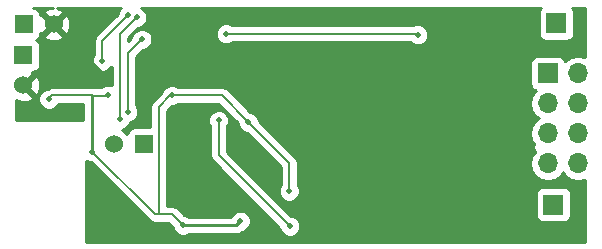
<source format=gbl>
G04 #@! TF.FileFunction,Copper,L2,Bot,Signal*
%FSLAX46Y46*%
G04 Gerber Fmt 4.6, Leading zero omitted, Abs format (unit mm)*
G04 Created by KiCad (PCBNEW 4.0.6) date 09/21/17 15:17:17*
%MOMM*%
%LPD*%
G01*
G04 APERTURE LIST*
%ADD10C,0.150000*%
%ADD11R,1.524000X1.524000*%
%ADD12C,1.524000*%
%ADD13R,1.700000X1.700000*%
%ADD14O,1.700000X1.700000*%
%ADD15C,0.508000*%
%ADD16C,0.152000*%
%ADD17C,0.457200*%
%ADD18C,0.229000*%
%ADD19C,0.254000*%
G04 APERTURE END LIST*
D10*
D11*
X267250000Y-117710000D03*
D12*
X267250000Y-120250000D03*
D13*
X312375000Y-115000000D03*
D11*
X277430000Y-125235000D03*
D12*
X274890000Y-125235000D03*
D11*
X267260000Y-115080000D03*
D12*
X269800000Y-115080000D03*
D13*
X312115000Y-130350000D03*
X311655000Y-119240000D03*
D14*
X314195000Y-119240000D03*
X311655000Y-121780000D03*
X314195000Y-121780000D03*
X311655000Y-124320000D03*
X314195000Y-124320000D03*
X311655000Y-126860000D03*
X314195000Y-126860000D03*
D15*
X285290000Y-119810000D03*
X280440000Y-119800000D03*
X273970000Y-119420000D03*
X293525000Y-125500000D03*
X298875000Y-131350000D03*
X298475000Y-120800000D03*
X291725000Y-128350000D03*
X274380000Y-121080000D03*
X289760000Y-129210000D03*
X286282500Y-123362500D03*
X285625000Y-131775000D03*
X280760000Y-132120000D03*
X273050000Y-125880000D03*
X279820000Y-121110000D03*
X269380000Y-121420000D03*
X300650420Y-115974580D03*
X284400000Y-115880000D03*
X273930000Y-118230000D03*
X276130000Y-114330000D03*
X289790000Y-132180000D03*
X283770000Y-123230000D03*
X276840000Y-114510000D03*
X275420000Y-123120000D03*
X277270000Y-116370000D03*
X276090000Y-122490000D03*
D16*
X280450000Y-119810000D02*
X285290000Y-119810000D01*
X280440000Y-119800000D02*
X280450000Y-119810000D01*
D17*
X269800000Y-115080000D02*
X269800000Y-115250000D01*
X269800000Y-115250000D02*
X273970000Y-119420000D01*
D16*
X293425000Y-128350000D02*
X294650000Y-127125000D01*
X293525000Y-125500000D02*
X293525000Y-126000000D01*
X293525000Y-126000000D02*
X294650000Y-127125000D01*
X294650000Y-127125000D02*
X298875000Y-131350000D01*
X291725000Y-128350000D02*
X293425000Y-128350000D01*
X279820000Y-121110000D02*
X279690000Y-121110000D01*
X278700000Y-122100000D02*
X278700000Y-131180000D01*
X279690000Y-121110000D02*
X278700000Y-122100000D01*
X279820000Y-121110000D02*
X284030000Y-121110000D01*
X284030000Y-121110000D02*
X286282500Y-123362500D01*
X273040000Y-121120000D02*
X274340000Y-121120000D01*
X274340000Y-121120000D02*
X274380000Y-121080000D01*
X279820000Y-131180000D02*
X278700000Y-131180000D01*
X279820000Y-131180000D02*
X280760000Y-132120000D01*
X278700000Y-131180000D02*
X278350000Y-131180000D01*
X278350000Y-131180000D02*
X273050000Y-125880000D01*
X289760000Y-129210000D02*
X289760000Y-126840000D01*
X289760000Y-126840000D02*
X286282500Y-123362500D01*
D18*
X285280000Y-132120000D02*
X280760000Y-132120000D01*
X285280000Y-132120000D02*
X285625000Y-131775000D01*
X273040000Y-121110000D02*
X273040000Y-121120000D01*
X273040000Y-121120000D02*
X273040000Y-125870000D01*
X273040000Y-125870000D02*
X273050000Y-125880000D01*
D16*
X269690000Y-121110000D02*
X273040000Y-121110000D01*
X269380000Y-121420000D02*
X269690000Y-121110000D01*
X300555840Y-115880000D02*
X284400000Y-115880000D01*
X300555840Y-115880000D02*
X300650420Y-115974580D01*
X273930000Y-116530000D02*
X273930000Y-118230000D01*
X276130000Y-114330000D02*
X273930000Y-116530000D01*
X289790000Y-132180000D02*
X283770000Y-126160000D01*
X283770000Y-126160000D02*
X283770000Y-123230000D01*
X276840000Y-114510000D02*
X275420000Y-115930000D01*
X275420000Y-115930000D02*
X275420000Y-123120000D01*
X277270000Y-116370000D02*
X276090000Y-117550000D01*
X276090000Y-117550000D02*
X276090000Y-122490000D01*
D19*
G36*
X311073559Y-113685910D02*
X310928569Y-113898110D01*
X310877560Y-114150000D01*
X310877560Y-115850000D01*
X310921838Y-116085317D01*
X311060910Y-116301441D01*
X311273110Y-116446431D01*
X311525000Y-116497440D01*
X313225000Y-116497440D01*
X313460317Y-116453162D01*
X313676441Y-116314090D01*
X313821431Y-116101890D01*
X313872440Y-115850000D01*
X313872440Y-114150000D01*
X313828162Y-113914683D01*
X313689090Y-113698559D01*
X313669246Y-113685000D01*
X314785000Y-113685000D01*
X314785000Y-117866571D01*
X314224093Y-117755000D01*
X314165907Y-117755000D01*
X313597622Y-117868039D01*
X313115853Y-118189946D01*
X313115029Y-118191179D01*
X313108162Y-118154683D01*
X312969090Y-117938559D01*
X312756890Y-117793569D01*
X312505000Y-117742560D01*
X310805000Y-117742560D01*
X310569683Y-117786838D01*
X310353559Y-117925910D01*
X310208569Y-118138110D01*
X310157560Y-118390000D01*
X310157560Y-120090000D01*
X310201838Y-120325317D01*
X310340910Y-120541441D01*
X310553110Y-120686431D01*
X310620541Y-120700086D01*
X310575853Y-120729946D01*
X310253946Y-121211715D01*
X310140907Y-121780000D01*
X310253946Y-122348285D01*
X310575853Y-122830054D01*
X310905026Y-123050000D01*
X310575853Y-123269946D01*
X310253946Y-123751715D01*
X310140907Y-124320000D01*
X310253946Y-124888285D01*
X310467334Y-125207644D01*
X310447143Y-125237862D01*
X310395000Y-125500000D01*
X310447143Y-125762138D01*
X310527470Y-125882356D01*
X310253946Y-126291715D01*
X310140907Y-126860000D01*
X310253946Y-127428285D01*
X310575853Y-127910054D01*
X311057622Y-128231961D01*
X311625907Y-128345000D01*
X311684093Y-128345000D01*
X312252378Y-128231961D01*
X312734147Y-127910054D01*
X312925000Y-127624422D01*
X313115853Y-127910054D01*
X313597622Y-128231961D01*
X314165907Y-128345000D01*
X314224093Y-128345000D01*
X314785000Y-128233429D01*
X314785000Y-133485000D01*
X272537000Y-133485000D01*
X272537000Y-126624439D01*
X272545764Y-126633218D01*
X272872391Y-126768846D01*
X272933393Y-126768899D01*
X277847247Y-131682753D01*
X278077912Y-131836878D01*
X278350000Y-131891000D01*
X279525494Y-131891000D01*
X279870898Y-132236404D01*
X279870846Y-132296057D01*
X280005903Y-132622920D01*
X280255764Y-132873218D01*
X280582391Y-133008846D01*
X280936057Y-133009154D01*
X281262920Y-132874097D01*
X281267525Y-132869500D01*
X285279995Y-132869500D01*
X285280000Y-132869501D01*
X285566822Y-132812448D01*
X285788776Y-132664143D01*
X285801057Y-132664154D01*
X286127920Y-132529097D01*
X286378218Y-132279236D01*
X286513846Y-131952609D01*
X286514154Y-131598943D01*
X286379097Y-131272080D01*
X286129236Y-131021782D01*
X285802609Y-130886154D01*
X285448943Y-130885846D01*
X285122080Y-131020903D01*
X284871782Y-131270764D01*
X284830368Y-131370500D01*
X281267948Y-131370500D01*
X281264236Y-131366782D01*
X280937609Y-131231154D01*
X280876607Y-131231101D01*
X280322753Y-130677247D01*
X280092088Y-130523122D01*
X279820000Y-130469000D01*
X279411000Y-130469000D01*
X279411000Y-123406057D01*
X282880846Y-123406057D01*
X283015903Y-123732920D01*
X283059000Y-123776092D01*
X283059000Y-126160000D01*
X283113122Y-126432088D01*
X283267247Y-126662753D01*
X288900898Y-132296404D01*
X288900846Y-132356057D01*
X289035903Y-132682920D01*
X289285764Y-132933218D01*
X289612391Y-133068846D01*
X289966057Y-133069154D01*
X290292920Y-132934097D01*
X290543218Y-132684236D01*
X290678846Y-132357609D01*
X290679154Y-132003943D01*
X290544097Y-131677080D01*
X290294236Y-131426782D01*
X289967609Y-131291154D01*
X289906607Y-131291101D01*
X284481000Y-125865494D01*
X284481000Y-123776380D01*
X284523218Y-123734236D01*
X284658846Y-123407609D01*
X284659154Y-123053943D01*
X284524097Y-122727080D01*
X284274236Y-122476782D01*
X283947609Y-122341154D01*
X283593943Y-122340846D01*
X283267080Y-122475903D01*
X283016782Y-122725764D01*
X282881154Y-123052391D01*
X282880846Y-123406057D01*
X279411000Y-123406057D01*
X279411000Y-122394506D01*
X279806517Y-121998989D01*
X279996057Y-121999154D01*
X280322920Y-121864097D01*
X280366092Y-121821000D01*
X283735494Y-121821000D01*
X285393398Y-123478904D01*
X285393346Y-123538557D01*
X285528403Y-123865420D01*
X285778264Y-124115718D01*
X286104891Y-124251346D01*
X286165893Y-124251399D01*
X289049000Y-127134506D01*
X289049000Y-128663620D01*
X289006782Y-128705764D01*
X288871154Y-129032391D01*
X288870846Y-129386057D01*
X289005903Y-129712920D01*
X289255764Y-129963218D01*
X289582391Y-130098846D01*
X289936057Y-130099154D01*
X290262920Y-129964097D01*
X290513218Y-129714236D01*
X290602176Y-129500000D01*
X310617560Y-129500000D01*
X310617560Y-131200000D01*
X310661838Y-131435317D01*
X310800910Y-131651441D01*
X311013110Y-131796431D01*
X311265000Y-131847440D01*
X312965000Y-131847440D01*
X313200317Y-131803162D01*
X313416441Y-131664090D01*
X313561431Y-131451890D01*
X313612440Y-131200000D01*
X313612440Y-129500000D01*
X313568162Y-129264683D01*
X313429090Y-129048559D01*
X313216890Y-128903569D01*
X312965000Y-128852560D01*
X311265000Y-128852560D01*
X311029683Y-128896838D01*
X310813559Y-129035910D01*
X310668569Y-129248110D01*
X310617560Y-129500000D01*
X290602176Y-129500000D01*
X290648846Y-129387609D01*
X290649154Y-129033943D01*
X290514097Y-128707080D01*
X290471000Y-128663908D01*
X290471000Y-126840000D01*
X290416878Y-126567912D01*
X290262753Y-126337247D01*
X287171602Y-123246096D01*
X287171654Y-123186443D01*
X287036597Y-122859580D01*
X286786736Y-122609282D01*
X286460109Y-122473654D01*
X286399107Y-122473601D01*
X284532753Y-120607247D01*
X284302088Y-120453122D01*
X284030000Y-120399000D01*
X280366380Y-120399000D01*
X280324236Y-120356782D01*
X279997609Y-120221154D01*
X279643943Y-120220846D01*
X279317080Y-120355903D01*
X279066782Y-120605764D01*
X278980187Y-120814307D01*
X278197247Y-121597247D01*
X278043122Y-121827912D01*
X277989000Y-122100000D01*
X277989000Y-123825560D01*
X276668000Y-123825560D01*
X276432683Y-123869838D01*
X276216559Y-124008910D01*
X276071569Y-124221110D01*
X276034508Y-124404124D01*
X275682370Y-124051371D01*
X275580668Y-124009141D01*
X275596057Y-124009154D01*
X275922920Y-123874097D01*
X276173218Y-123624236D01*
X276276835Y-123374701D01*
X276592920Y-123244097D01*
X276843218Y-122994236D01*
X276978846Y-122667609D01*
X276979154Y-122313943D01*
X276844097Y-121987080D01*
X276801000Y-121943908D01*
X276801000Y-117844506D01*
X277386404Y-117259102D01*
X277446057Y-117259154D01*
X277772920Y-117124097D01*
X278023218Y-116874236D01*
X278158846Y-116547609D01*
X278159154Y-116193943D01*
X278102181Y-116056057D01*
X283510846Y-116056057D01*
X283645903Y-116382920D01*
X283895764Y-116633218D01*
X284222391Y-116768846D01*
X284576057Y-116769154D01*
X284902920Y-116634097D01*
X284946092Y-116591000D01*
X300009625Y-116591000D01*
X300146184Y-116727798D01*
X300472811Y-116863426D01*
X300826477Y-116863734D01*
X301153340Y-116728677D01*
X301403638Y-116478816D01*
X301539266Y-116152189D01*
X301539574Y-115798523D01*
X301404517Y-115471660D01*
X301154656Y-115221362D01*
X300828029Y-115085734D01*
X300474363Y-115085426D01*
X300272098Y-115169000D01*
X284946380Y-115169000D01*
X284904236Y-115126782D01*
X284577609Y-114991154D01*
X284223943Y-114990846D01*
X283897080Y-115125903D01*
X283646782Y-115375764D01*
X283511154Y-115702391D01*
X283510846Y-116056057D01*
X278102181Y-116056057D01*
X278024097Y-115867080D01*
X277774236Y-115616782D01*
X277447609Y-115481154D01*
X277093943Y-115480846D01*
X276767080Y-115615903D01*
X276516782Y-115865764D01*
X276381154Y-116192391D01*
X276381101Y-116253393D01*
X276131000Y-116503494D01*
X276131000Y-116224506D01*
X276956404Y-115399102D01*
X277016057Y-115399154D01*
X277342920Y-115264097D01*
X277593218Y-115014236D01*
X277728846Y-114687609D01*
X277729154Y-114333943D01*
X277594097Y-114007080D01*
X277344236Y-113756782D01*
X277171367Y-113685000D01*
X311074973Y-113685000D01*
X311073559Y-113685910D01*
X311073559Y-113685910D01*
G37*
X311073559Y-113685910D02*
X310928569Y-113898110D01*
X310877560Y-114150000D01*
X310877560Y-115850000D01*
X310921838Y-116085317D01*
X311060910Y-116301441D01*
X311273110Y-116446431D01*
X311525000Y-116497440D01*
X313225000Y-116497440D01*
X313460317Y-116453162D01*
X313676441Y-116314090D01*
X313821431Y-116101890D01*
X313872440Y-115850000D01*
X313872440Y-114150000D01*
X313828162Y-113914683D01*
X313689090Y-113698559D01*
X313669246Y-113685000D01*
X314785000Y-113685000D01*
X314785000Y-117866571D01*
X314224093Y-117755000D01*
X314165907Y-117755000D01*
X313597622Y-117868039D01*
X313115853Y-118189946D01*
X313115029Y-118191179D01*
X313108162Y-118154683D01*
X312969090Y-117938559D01*
X312756890Y-117793569D01*
X312505000Y-117742560D01*
X310805000Y-117742560D01*
X310569683Y-117786838D01*
X310353559Y-117925910D01*
X310208569Y-118138110D01*
X310157560Y-118390000D01*
X310157560Y-120090000D01*
X310201838Y-120325317D01*
X310340910Y-120541441D01*
X310553110Y-120686431D01*
X310620541Y-120700086D01*
X310575853Y-120729946D01*
X310253946Y-121211715D01*
X310140907Y-121780000D01*
X310253946Y-122348285D01*
X310575853Y-122830054D01*
X310905026Y-123050000D01*
X310575853Y-123269946D01*
X310253946Y-123751715D01*
X310140907Y-124320000D01*
X310253946Y-124888285D01*
X310467334Y-125207644D01*
X310447143Y-125237862D01*
X310395000Y-125500000D01*
X310447143Y-125762138D01*
X310527470Y-125882356D01*
X310253946Y-126291715D01*
X310140907Y-126860000D01*
X310253946Y-127428285D01*
X310575853Y-127910054D01*
X311057622Y-128231961D01*
X311625907Y-128345000D01*
X311684093Y-128345000D01*
X312252378Y-128231961D01*
X312734147Y-127910054D01*
X312925000Y-127624422D01*
X313115853Y-127910054D01*
X313597622Y-128231961D01*
X314165907Y-128345000D01*
X314224093Y-128345000D01*
X314785000Y-128233429D01*
X314785000Y-133485000D01*
X272537000Y-133485000D01*
X272537000Y-126624439D01*
X272545764Y-126633218D01*
X272872391Y-126768846D01*
X272933393Y-126768899D01*
X277847247Y-131682753D01*
X278077912Y-131836878D01*
X278350000Y-131891000D01*
X279525494Y-131891000D01*
X279870898Y-132236404D01*
X279870846Y-132296057D01*
X280005903Y-132622920D01*
X280255764Y-132873218D01*
X280582391Y-133008846D01*
X280936057Y-133009154D01*
X281262920Y-132874097D01*
X281267525Y-132869500D01*
X285279995Y-132869500D01*
X285280000Y-132869501D01*
X285566822Y-132812448D01*
X285788776Y-132664143D01*
X285801057Y-132664154D01*
X286127920Y-132529097D01*
X286378218Y-132279236D01*
X286513846Y-131952609D01*
X286514154Y-131598943D01*
X286379097Y-131272080D01*
X286129236Y-131021782D01*
X285802609Y-130886154D01*
X285448943Y-130885846D01*
X285122080Y-131020903D01*
X284871782Y-131270764D01*
X284830368Y-131370500D01*
X281267948Y-131370500D01*
X281264236Y-131366782D01*
X280937609Y-131231154D01*
X280876607Y-131231101D01*
X280322753Y-130677247D01*
X280092088Y-130523122D01*
X279820000Y-130469000D01*
X279411000Y-130469000D01*
X279411000Y-123406057D01*
X282880846Y-123406057D01*
X283015903Y-123732920D01*
X283059000Y-123776092D01*
X283059000Y-126160000D01*
X283113122Y-126432088D01*
X283267247Y-126662753D01*
X288900898Y-132296404D01*
X288900846Y-132356057D01*
X289035903Y-132682920D01*
X289285764Y-132933218D01*
X289612391Y-133068846D01*
X289966057Y-133069154D01*
X290292920Y-132934097D01*
X290543218Y-132684236D01*
X290678846Y-132357609D01*
X290679154Y-132003943D01*
X290544097Y-131677080D01*
X290294236Y-131426782D01*
X289967609Y-131291154D01*
X289906607Y-131291101D01*
X284481000Y-125865494D01*
X284481000Y-123776380D01*
X284523218Y-123734236D01*
X284658846Y-123407609D01*
X284659154Y-123053943D01*
X284524097Y-122727080D01*
X284274236Y-122476782D01*
X283947609Y-122341154D01*
X283593943Y-122340846D01*
X283267080Y-122475903D01*
X283016782Y-122725764D01*
X282881154Y-123052391D01*
X282880846Y-123406057D01*
X279411000Y-123406057D01*
X279411000Y-122394506D01*
X279806517Y-121998989D01*
X279996057Y-121999154D01*
X280322920Y-121864097D01*
X280366092Y-121821000D01*
X283735494Y-121821000D01*
X285393398Y-123478904D01*
X285393346Y-123538557D01*
X285528403Y-123865420D01*
X285778264Y-124115718D01*
X286104891Y-124251346D01*
X286165893Y-124251399D01*
X289049000Y-127134506D01*
X289049000Y-128663620D01*
X289006782Y-128705764D01*
X288871154Y-129032391D01*
X288870846Y-129386057D01*
X289005903Y-129712920D01*
X289255764Y-129963218D01*
X289582391Y-130098846D01*
X289936057Y-130099154D01*
X290262920Y-129964097D01*
X290513218Y-129714236D01*
X290602176Y-129500000D01*
X310617560Y-129500000D01*
X310617560Y-131200000D01*
X310661838Y-131435317D01*
X310800910Y-131651441D01*
X311013110Y-131796431D01*
X311265000Y-131847440D01*
X312965000Y-131847440D01*
X313200317Y-131803162D01*
X313416441Y-131664090D01*
X313561431Y-131451890D01*
X313612440Y-131200000D01*
X313612440Y-129500000D01*
X313568162Y-129264683D01*
X313429090Y-129048559D01*
X313216890Y-128903569D01*
X312965000Y-128852560D01*
X311265000Y-128852560D01*
X311029683Y-128896838D01*
X310813559Y-129035910D01*
X310668569Y-129248110D01*
X310617560Y-129500000D01*
X290602176Y-129500000D01*
X290648846Y-129387609D01*
X290649154Y-129033943D01*
X290514097Y-128707080D01*
X290471000Y-128663908D01*
X290471000Y-126840000D01*
X290416878Y-126567912D01*
X290262753Y-126337247D01*
X287171602Y-123246096D01*
X287171654Y-123186443D01*
X287036597Y-122859580D01*
X286786736Y-122609282D01*
X286460109Y-122473654D01*
X286399107Y-122473601D01*
X284532753Y-120607247D01*
X284302088Y-120453122D01*
X284030000Y-120399000D01*
X280366380Y-120399000D01*
X280324236Y-120356782D01*
X279997609Y-120221154D01*
X279643943Y-120220846D01*
X279317080Y-120355903D01*
X279066782Y-120605764D01*
X278980187Y-120814307D01*
X278197247Y-121597247D01*
X278043122Y-121827912D01*
X277989000Y-122100000D01*
X277989000Y-123825560D01*
X276668000Y-123825560D01*
X276432683Y-123869838D01*
X276216559Y-124008910D01*
X276071569Y-124221110D01*
X276034508Y-124404124D01*
X275682370Y-124051371D01*
X275580668Y-124009141D01*
X275596057Y-124009154D01*
X275922920Y-123874097D01*
X276173218Y-123624236D01*
X276276835Y-123374701D01*
X276592920Y-123244097D01*
X276843218Y-122994236D01*
X276978846Y-122667609D01*
X276979154Y-122313943D01*
X276844097Y-121987080D01*
X276801000Y-121943908D01*
X276801000Y-117844506D01*
X277386404Y-117259102D01*
X277446057Y-117259154D01*
X277772920Y-117124097D01*
X278023218Y-116874236D01*
X278158846Y-116547609D01*
X278159154Y-116193943D01*
X278102181Y-116056057D01*
X283510846Y-116056057D01*
X283645903Y-116382920D01*
X283895764Y-116633218D01*
X284222391Y-116768846D01*
X284576057Y-116769154D01*
X284902920Y-116634097D01*
X284946092Y-116591000D01*
X300009625Y-116591000D01*
X300146184Y-116727798D01*
X300472811Y-116863426D01*
X300826477Y-116863734D01*
X301153340Y-116728677D01*
X301403638Y-116478816D01*
X301539266Y-116152189D01*
X301539574Y-115798523D01*
X301404517Y-115471660D01*
X301154656Y-115221362D01*
X300828029Y-115085734D01*
X300474363Y-115085426D01*
X300272098Y-115169000D01*
X284946380Y-115169000D01*
X284904236Y-115126782D01*
X284577609Y-114991154D01*
X284223943Y-114990846D01*
X283897080Y-115125903D01*
X283646782Y-115375764D01*
X283511154Y-115702391D01*
X283510846Y-116056057D01*
X278102181Y-116056057D01*
X278024097Y-115867080D01*
X277774236Y-115616782D01*
X277447609Y-115481154D01*
X277093943Y-115480846D01*
X276767080Y-115615903D01*
X276516782Y-115865764D01*
X276381154Y-116192391D01*
X276381101Y-116253393D01*
X276131000Y-116503494D01*
X276131000Y-116224506D01*
X276956404Y-115399102D01*
X277016057Y-115399154D01*
X277342920Y-115264097D01*
X277593218Y-115014236D01*
X277728846Y-114687609D01*
X277729154Y-114333943D01*
X277594097Y-114007080D01*
X277344236Y-113756782D01*
X277171367Y-113685000D01*
X311074973Y-113685000D01*
X311073559Y-113685910D01*
G36*
X269452632Y-113698638D02*
X269068857Y-113857603D01*
X268999392Y-114099787D01*
X269800000Y-114900395D01*
X270600608Y-114099787D01*
X270531143Y-113857603D01*
X270047343Y-113685000D01*
X275517792Y-113685000D01*
X275376782Y-113825764D01*
X275241154Y-114152391D01*
X275241101Y-114213393D01*
X273427247Y-116027247D01*
X273273122Y-116257912D01*
X273219000Y-116530000D01*
X273219000Y-117683620D01*
X273176782Y-117725764D01*
X273041154Y-118052391D01*
X273040846Y-118406057D01*
X273175903Y-118732920D01*
X273425764Y-118983218D01*
X273752391Y-119118846D01*
X274106057Y-119119154D01*
X274432920Y-118984097D01*
X274683218Y-118734236D01*
X274709000Y-118672146D01*
X274709000Y-120254017D01*
X274557609Y-120191154D01*
X274203943Y-120190846D01*
X273877080Y-120325903D01*
X273793838Y-120409000D01*
X273283827Y-120409000D01*
X273040000Y-120360500D01*
X272846447Y-120399000D01*
X269690000Y-120399000D01*
X269417912Y-120453122D01*
X269301462Y-120530931D01*
X269203943Y-120530846D01*
X268877080Y-120665903D01*
X268626782Y-120915764D01*
X268491154Y-121242391D01*
X268490846Y-121596057D01*
X268625903Y-121922920D01*
X268875764Y-122173218D01*
X269202391Y-122308846D01*
X269556057Y-122309154D01*
X269882920Y-122174097D01*
X270133218Y-121924236D01*
X270176086Y-121821000D01*
X272290500Y-121821000D01*
X272290500Y-123173000D01*
X266605000Y-123173000D01*
X266605000Y-121503130D01*
X267042302Y-121659144D01*
X267597368Y-121631362D01*
X267981143Y-121472397D01*
X268050608Y-121230213D01*
X267250000Y-120429605D01*
X267235858Y-120443748D01*
X267056253Y-120264143D01*
X267070395Y-120250000D01*
X267429605Y-120250000D01*
X268230213Y-121050608D01*
X268472397Y-120981143D01*
X268659144Y-120457698D01*
X268631362Y-119902632D01*
X268472397Y-119518857D01*
X268230213Y-119449392D01*
X267429605Y-120250000D01*
X267070395Y-120250000D01*
X267056253Y-120235858D01*
X267235858Y-120056253D01*
X267250000Y-120070395D01*
X268050608Y-119269787D01*
X268007484Y-119119440D01*
X268012000Y-119119440D01*
X268247317Y-119075162D01*
X268463441Y-118936090D01*
X268608431Y-118723890D01*
X268659440Y-118472000D01*
X268659440Y-116948000D01*
X268615162Y-116712683D01*
X268476090Y-116496559D01*
X268331245Y-116397591D01*
X268473441Y-116306090D01*
X268618431Y-116093890D01*
X268625250Y-116060213D01*
X268999392Y-116060213D01*
X269068857Y-116302397D01*
X269592302Y-116489144D01*
X270147368Y-116461362D01*
X270531143Y-116302397D01*
X270600608Y-116060213D01*
X269800000Y-115259605D01*
X268999392Y-116060213D01*
X268625250Y-116060213D01*
X268669440Y-115842000D01*
X268669440Y-115837484D01*
X268819787Y-115880608D01*
X269620395Y-115080000D01*
X269979605Y-115080000D01*
X270780213Y-115880608D01*
X271022397Y-115811143D01*
X271209144Y-115287698D01*
X271181362Y-114732632D01*
X271022397Y-114348857D01*
X270780213Y-114279392D01*
X269979605Y-115080000D01*
X269620395Y-115080000D01*
X268819787Y-114279392D01*
X268669440Y-114322516D01*
X268669440Y-114318000D01*
X268625162Y-114082683D01*
X268486090Y-113866559D01*
X268273890Y-113721569D01*
X268093307Y-113685000D01*
X269725110Y-113685000D01*
X269452632Y-113698638D01*
X269452632Y-113698638D01*
G37*
X269452632Y-113698638D02*
X269068857Y-113857603D01*
X268999392Y-114099787D01*
X269800000Y-114900395D01*
X270600608Y-114099787D01*
X270531143Y-113857603D01*
X270047343Y-113685000D01*
X275517792Y-113685000D01*
X275376782Y-113825764D01*
X275241154Y-114152391D01*
X275241101Y-114213393D01*
X273427247Y-116027247D01*
X273273122Y-116257912D01*
X273219000Y-116530000D01*
X273219000Y-117683620D01*
X273176782Y-117725764D01*
X273041154Y-118052391D01*
X273040846Y-118406057D01*
X273175903Y-118732920D01*
X273425764Y-118983218D01*
X273752391Y-119118846D01*
X274106057Y-119119154D01*
X274432920Y-118984097D01*
X274683218Y-118734236D01*
X274709000Y-118672146D01*
X274709000Y-120254017D01*
X274557609Y-120191154D01*
X274203943Y-120190846D01*
X273877080Y-120325903D01*
X273793838Y-120409000D01*
X273283827Y-120409000D01*
X273040000Y-120360500D01*
X272846447Y-120399000D01*
X269690000Y-120399000D01*
X269417912Y-120453122D01*
X269301462Y-120530931D01*
X269203943Y-120530846D01*
X268877080Y-120665903D01*
X268626782Y-120915764D01*
X268491154Y-121242391D01*
X268490846Y-121596057D01*
X268625903Y-121922920D01*
X268875764Y-122173218D01*
X269202391Y-122308846D01*
X269556057Y-122309154D01*
X269882920Y-122174097D01*
X270133218Y-121924236D01*
X270176086Y-121821000D01*
X272290500Y-121821000D01*
X272290500Y-123173000D01*
X266605000Y-123173000D01*
X266605000Y-121503130D01*
X267042302Y-121659144D01*
X267597368Y-121631362D01*
X267981143Y-121472397D01*
X268050608Y-121230213D01*
X267250000Y-120429605D01*
X267235858Y-120443748D01*
X267056253Y-120264143D01*
X267070395Y-120250000D01*
X267429605Y-120250000D01*
X268230213Y-121050608D01*
X268472397Y-120981143D01*
X268659144Y-120457698D01*
X268631362Y-119902632D01*
X268472397Y-119518857D01*
X268230213Y-119449392D01*
X267429605Y-120250000D01*
X267070395Y-120250000D01*
X267056253Y-120235858D01*
X267235858Y-120056253D01*
X267250000Y-120070395D01*
X268050608Y-119269787D01*
X268007484Y-119119440D01*
X268012000Y-119119440D01*
X268247317Y-119075162D01*
X268463441Y-118936090D01*
X268608431Y-118723890D01*
X268659440Y-118472000D01*
X268659440Y-116948000D01*
X268615162Y-116712683D01*
X268476090Y-116496559D01*
X268331245Y-116397591D01*
X268473441Y-116306090D01*
X268618431Y-116093890D01*
X268625250Y-116060213D01*
X268999392Y-116060213D01*
X269068857Y-116302397D01*
X269592302Y-116489144D01*
X270147368Y-116461362D01*
X270531143Y-116302397D01*
X270600608Y-116060213D01*
X269800000Y-115259605D01*
X268999392Y-116060213D01*
X268625250Y-116060213D01*
X268669440Y-115842000D01*
X268669440Y-115837484D01*
X268819787Y-115880608D01*
X269620395Y-115080000D01*
X269979605Y-115080000D01*
X270780213Y-115880608D01*
X271022397Y-115811143D01*
X271209144Y-115287698D01*
X271181362Y-114732632D01*
X271022397Y-114348857D01*
X270780213Y-114279392D01*
X269979605Y-115080000D01*
X269620395Y-115080000D01*
X268819787Y-114279392D01*
X268669440Y-114322516D01*
X268669440Y-114318000D01*
X268625162Y-114082683D01*
X268486090Y-113866559D01*
X268273890Y-113721569D01*
X268093307Y-113685000D01*
X269725110Y-113685000D01*
X269452632Y-113698638D01*
M02*

</source>
